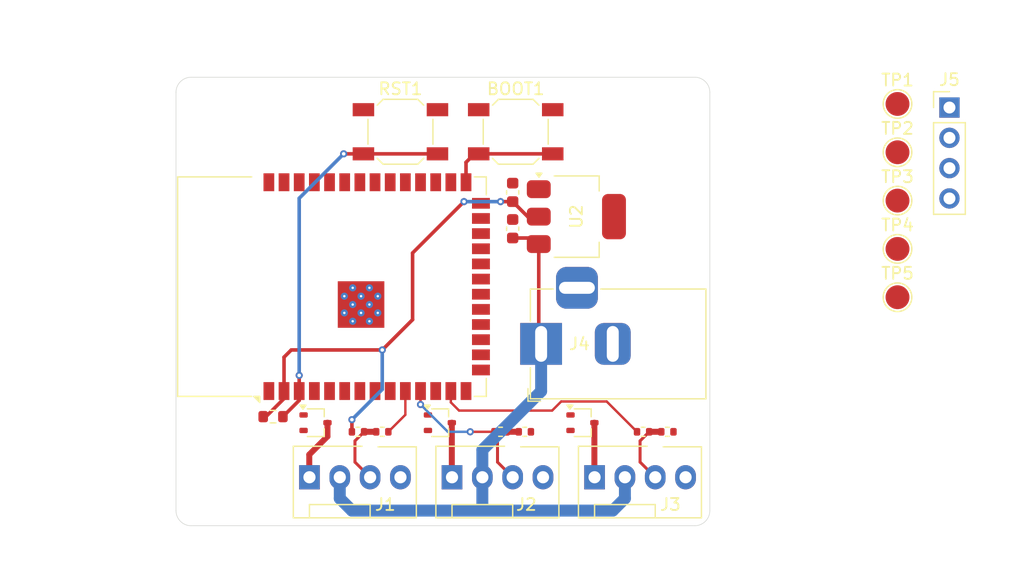
<source format=kicad_pcb>
(kicad_pcb (version 20240108) (generator "pcbnew") (generator_version "8.0")
  (layers (0 "F.Cu" signal) (31 "B.Cu" signal) (34 "B.Paste" user) (35 "F.Paste" user) (36 "B.SilkS" user "B.Silkscreen") (37 "F.SilkS" user "F.Silkscreen") (38 "B.Mask" user) (39 "F.Mask" user) (44 "Edge.Cuts" user))
  (net 0 "")
  (net 1 "fan1_PWM")
  (net 2 "GND")
  (net 3 "fan1_tach")
  (net 4 "fan2_PWM")
  (net 5 "fan2_tach")
  (net 6 "fan3_tach")
  (net 7 "fan3_PWM")
  (net 15 "Net-(U1-IO18)")
  (net 18 "Net-(U1-IO17)")
  (net 20 "Net-(U1-EN)")
  (net 22 "TX")
  (net 26 "Net-(U1-IO0)")
  (net 36 "fan3_tach_scaled")
  (net 37 "RX")
  (net 38 "Net-(U1-IO1)")
  (net 40 "+3V3")
  (net 41 "+12V")
  (net 42 "Net-(J1-Pin_1)")
  (net 43 "Net-(J2-Pin_1)")
  (net 44 "Net-(J3-Pin_1)")
  (net 45 "fan1_CTRL")
  (net 46 "fan2_CTRL")
  (net 47 "fan3_CTRL")
  (net 48 "Net-(U1-IO2)")
  (net 49 "Net-(U1-IO3)")
  (net 50 "Net-(U1-IO4)")
  (net 51 "Net-(U1-IO5)")
  (footprint "Connector:FanPinHeader_1x04_P2.54mm_Vertical" (layer "F.Cu") (at 81.28 63.5)
    (property "Reference" "J3" (at 6.35 2.286 0) (layer "F.SilkS"))
    (property "Value" "Conn_01x04_Pin")
    (fp_line (start -1.35 -2.6) (end 4.4 -2.6) (stroke (width 0.12)) (layer "F.SilkS"))
    (fp_line (start -1.35 3.4) (end -1.35 -2.6) (stroke (width 0.12)) (layer "F.SilkS"))
    (fp_line (start 0 2.29) (end 5.08 2.29) (stroke (width 0.12)) (layer "F.SilkS"))
    (fp_line (start 0 3.3) (end 0 2.29) (stroke (width 0.12)) (layer "F.SilkS"))
    (fp_line (start 5.08 2.29) (end 5.08 3.3) (stroke (width 0.12)) (layer "F.SilkS"))
    (fp_line (start 5.75 -2.55) (end 8.95 -2.55) (stroke (width 0.12)) (layer "F.SilkS"))
    (fp_line (start 8.95 -2.55) (end 8.95 3.4) (stroke (width 0.12)) (layer "F.SilkS"))
    (fp_line (start 8.95 3.4) (end -1.35 3.4) (stroke (width 0.12)) (layer "F.SilkS"))
    (pad "" np_thru_hole circle (at 5.08 -2.16 90) (size 1.1 1.1) (drill 1.1) (layers "*.Cu" "*.Mask"))
    (pad "1" thru_hole rect (at 0 0 90) (size 2.03 1.73) (drill 1.02) (layers "*.Cu" "*.Mask") (net 44 "Net-(J3-Pin_1)"))
    (pad "2" thru_hole oval (at 2.54 0 90) (size 2.03 1.73) (drill 1.02) (layers "*.Cu" "*.Mask") (net 41 "+12V"))
    (pad "3" thru_hole oval (at 5.08 0 90) (size 2.03 1.73) (drill 1.02) (layers "*.Cu" "*.Mask") (net 6 "fan3_tach"))
    (pad "4" thru_hole oval (at 7.62 0 90) (size 2.03 1.73) (drill 1.02) (layers "*.Cu" "*.Mask") (net 7 "fan3_PWM"))
  )
  (footprint "Resistor_SMD:R_0402_1005Metric" (layer "F.Cu") (at 87.376 59.69)
    (property "Reference" "R6" (hide yes))
    (property "Value" "10k")
    (fp_line (start -0.153641 -0.38) (end 0.153641 -0.38) (stroke (width 0.12)) (layer "F.SilkS"))
    (fp_line (start -0.153641 0.38) (end 0.153641 0.38) (stroke (width 0.12)) (layer "F.SilkS"))
    (pad "1" smd roundrect (at -0.51 0) (size 0.54 0.64) (layers "F.Cu" "F.Paste" "F.Mask") (net 36 "fan3_tach_scaled"))
    (pad "2" smd roundrect (at 0.51 0) (size 0.54 0.64) (layers "F.Cu" "F.Paste" "F.Mask") (net 6 "fan3_tach"))
  )
  (footprint "Package_TO_SOT_SMD:SOT-323_SC-70" (layer "F.Cu") (at 68.326 58.928)
    (property "Reference" "Q2" (hide yes))
    (property "Value" "Q_NMOS_GSD")
    (fp_line (start -0.68 -1.16) (end 0.73 -1.16) (stroke (width 0.12)) (layer "F.SilkS"))
    (fp_line (start -0.68 1.16) (end 0.73 1.16) (stroke (width 0.12)) (layer "F.SilkS"))
    (fp_line (start 0.73 -1.16) (end 0.73 -0.5) (stroke (width 0.12)) (layer "F.SilkS"))
    (fp_line (start 0.73 0.5) (end 0.73 1.16) (stroke (width 0.12)) (layer "F.SilkS"))
    (fp_poly (pts (xy -1.05 -1.14) (xy -1.29 -1.47) (xy -0.81 -1.47) (xy -1.05 -1.14)) (stroke (width 0.12)) (fill solid) (layer "F.SilkS"))
    (pad "1" smd roundrect (at -1 -0.65 270) (size 0.45 0.7) (layers "F.Cu" "F.Paste" "F.Mask") (net 46 "fan2_CTRL"))
    (pad "2" smd roundrect (at -1 0.65 270) (size 0.45 0.7) (layers "F.Cu" "F.Paste" "F.Mask") (net 2 "GND"))
    (pad "3" smd roundrect (at 1 0 270) (size 0.45 0.7) (layers "F.Cu" "F.Paste" "F.Mask") (net 43 "Net-(J2-Pin_1)"))
  )
  (footprint "Package_TO_SOT_SMD:SOT-223-3_TabPin2" (layer "F.Cu") (at 79.756 41.656)
    (property "Reference" "U2" (at 0 0 90) (layer "F.SilkS"))
    (property "Value" "AMS1117-3.3")
    (fp_line (start -1.85 -3.41) (end 1.91 -3.41) (stroke (width 0.12)) (layer "F.SilkS"))
    (fp_line (start -1.85 3.41) (end 1.91 3.41) (stroke (width 0.12)) (layer "F.SilkS"))
    (fp_line (start 1.91 -3.41) (end 1.91 -2.15) (stroke (width 0.12)) (layer "F.SilkS"))
    (fp_line (start 1.91 3.41) (end 1.91 2.15) (stroke (width 0.12)) (layer "F.SilkS"))
    (fp_poly (pts (xy -3.13 -3.31) (xy -3.37 -3.64) (xy -2.89 -3.64) (xy -3.13 -3.31)) (stroke (width 0.12)) (fill solid) (layer "F.SilkS"))
    (pad "1" smd roundrect (at -3.15 -2.3) (size 2 1.5) (layers "F.Cu" "F.Paste" "F.Mask") (net 2 "GND"))
    (pad "2" smd roundrect (at -3.15 0) (size 2 1.5) (layers "F.Cu" "F.Paste" "F.Mask") (net 40 "+3V3"))
    (pad "2" smd roundrect (at 3.15 0) (size 2 3.8) (layers "F.Cu" "F.Paste" "F.Mask") (net 40 "+3V3"))
    (pad "3" smd roundrect (at -3.15 2.3) (size 2 1.5) (layers "F.Cu" "F.Paste" "F.Mask") (net 41 "+12V"))
  )
  (footprint "Capacitor_SMD:C_0603_1608Metric" (layer "F.Cu") (at 74.422 39.624 90)
    (property "Reference" "C2" (hide yes))
    (property "Value" "10u")
    (fp_line (start -0.14058 -0.51) (end 0.14058 -0.51) (stroke (width 0.12)) (layer "F.SilkS"))
    (fp_line (start -0.14058 0.51) (end 0.14058 0.51) (stroke (width 0.12)) (layer "F.SilkS"))
    (pad "1" smd roundrect (at -0.775 0 90) (size 0.9 0.95) (layers "F.Cu" "F.Paste" "F.Mask") (net 40 "+3V3"))
    (pad "2" smd roundrect (at 0.775 0 90) (size 0.9 0.95) (layers "F.Cu" "F.Paste" "F.Mask") (net 2 "GND"))
  )
  (footprint "Resistor_SMD:R_0402_1005Metric" (layer "F.Cu") (at 63.5 59.69 180)
    (property "Reference" "R5" (hide yes))
    (property "Value" "3k3")
    (fp_line (start -0.153641 0.38) (end 0.153641 0.38) (stroke (width 0.12)) (layer "F.SilkS"))
    (fp_line (start -0.153641 -0.38) (end 0.153641 -0.38) (stroke (width 0.12)) (layer "F.SilkS"))
    (pad "1" smd roundrect (at -0.51 0 180) (size 0.54 0.64) (layers "F.Cu" "F.Paste" "F.Mask") (net 2 "GND"))
    (pad "2" smd roundrect (at 0.51 0 180) (size 0.54 0.64) (layers "F.Cu" "F.Paste" "F.Mask") (net 18 "Net-(U1-IO17)"))
  )
  (footprint "MountingHole:MountingHole_3.2mm_M3" (layer "F.Cu") (at 87.376 33.528)
    (property "Reference" "REF**" (hide yes))
    (property "Value" "MountingHole_3.2mm_M3")
    (pad "" np_thru_hole circle (at 0 0) (size 3.2 3.2) (drill 3.2) (layers "*.Cu" "*.Mask"))
  )
  (footprint "Connector:FanPinHeader_1x04_P2.54mm_Vertical" (layer "F.Cu") (at 57.404 63.5)
    (property "Reference" "J1" (at 6.35 2.286 0) (layer "F.SilkS"))
    (property "Value" "Conn_01x04_Pin")
    (fp_line (start -1.35 -2.6) (end 4.4 -2.6) (stroke (width 0.12)) (layer "F.SilkS"))
    (fp_line (start -1.35 3.4) (end -1.35 -2.6) (stroke (width 0.12)) (layer "F.SilkS"))
    (fp_line (start 0 2.29) (end 5.08 2.29) (stroke (width 0.12)) (layer "F.SilkS"))
    (fp_line (start 0 3.3) (end 0 2.29) (stroke (width 0.12)) (layer "F.SilkS"))
    (fp_line (start 5.08 2.29) (end 5.08 3.3) (stroke (width 0.12)) (layer "F.SilkS"))
    (fp_line (start 5.75 -2.55) (end 8.95 -2.55) (stroke (width 0.12)) (layer "F.SilkS"))
    (fp_line (start 8.95 -2.55) (end 8.95 3.4) (stroke (width 0.12)) (layer "F.SilkS"))
    (fp_line (start 8.95 3.4) (end -1.35 3.4) (stroke (width 0.12)) (layer "F.SilkS"))
    (pad "" np_thru_hole circle (at 5.08 -2.16 90) (size 1.1 1.1) (drill 1.1) (layers "*.Cu" "*.Mask"))
    (pad "1" thru_hole rect (at 0 0 90) (size 2.03 1.73) (drill 1.02) (layers "*.Cu" "*.Mask") (net 42 "Net-(J1-Pin_1)"))
    (pad "2" thru_hole oval (at 2.54 0 90) (size 2.03 1.73) (drill 1.02) (layers "*.Cu" "*.Mask") (net 41 "+12V"))
    (pad "3" thru_hole oval (at 5.08 0 90) (size 2.03 1.73) (drill 1.02) (layers "*.Cu" "*.Mask") (net 3 "fan1_tach"))
    (pad "4" thru_hole oval (at 7.62 0 90) (size 2.03 1.73) (drill 1.02) (layers "*.Cu" "*.Mask") (net 1 "fan1_PWM"))
  )
  (footprint "Resistor_SMD:R_0603_1608Metric" (layer "F.Cu") (at 54.356 58.42 180)
    (property "Reference" "R1" (hide yes))
    (property "Value" "10k")
    (fp_line (start -0.237258 0.5225) (end 0.237258 0.5225) (stroke (width 0.12)) (layer "F.SilkS"))
    (fp_line (start -0.237258 -0.5225) (end 0.237258 -0.5225) (stroke (width 0.12)) (layer "F.SilkS"))
    (pad "1" smd roundrect (at -0.825 0 180) (size 0.8 0.95) (layers "F.Cu" "F.Paste" "F.Mask") (net 20 "Net-(U1-EN)"))
    (pad "2" smd roundrect (at 0.825 0 180) (size 0.8 0.95) (layers "F.Cu" "F.Paste" "F.Mask") (net 40 "+3V3"))
  )
  (footprint "Package_TO_SOT_SMD:SOT-323_SC-70" (layer "F.Cu") (at 57.912 58.928)
    (property "Reference" "Q1" (hide yes))
    (property "Value" "Q_NMOS_GSD")
    (fp_line (start -0.68 -1.16) (end 0.73 -1.16) (stroke (width 0.12)) (layer "F.SilkS"))
    (fp_line (start -0.68 1.16) (end 0.73 1.16) (stroke (width 0.12)) (layer "F.SilkS"))
    (fp_line (start 0.73 -1.16) (end 0.73 -0.5) (stroke (width 0.12)) (layer "F.SilkS"))
    (fp_line (start 0.73 0.5) (end 0.73 1.16) (stroke (width 0.12)) (layer "F.SilkS"))
    (fp_poly (pts (xy -1.05 -1.14) (xy -1.29 -1.47) (xy -0.81 -1.47) (xy -1.05 -1.14)) (stroke (width 0.12)) (fill solid) (layer "F.SilkS"))
    (pad "1" smd roundrect (at -1 -0.65 270) (size 0.45 0.7) (layers "F.Cu" "F.Paste" "F.Mask") (net 45 "fan1_CTRL"))
    (pad "2" smd roundrect (at -1 0.65 270) (size 0.45 0.7) (layers "F.Cu" "F.Paste" "F.Mask") (net 2 "GND"))
    (pad "3" smd roundrect (at 1 0 270) (size 0.45 0.7) (layers "F.Cu" "F.Paste" "F.Mask") (net 42 "Net-(J1-Pin_1)"))
  )
  (footprint "TestPoint:TestPoint_Pad_D2.0mm" (layer "F.Cu") (at 106.648 36.262)
    (property "Reference" "TP2" (at 0 -1.998 0) (layer "F.SilkS"))
    (property "Value" "TestPoint")
    (fp_circle (center 0 0) (end 0 1.2) (stroke (width 0.12)) (fill none) (layer "F.SilkS"))
    (pad "1" smd circle (at 0 0) (size 2 2) (layers "F.Cu" "F.Mask") (net 48 "Net-(U1-IO2)"))
  )
  (footprint "MountingHole:MountingHole_3.2mm_M3" (layer "F.Cu") (at 56.134 33.528)
    (property "Reference" "REF**" (hide yes))
    (property "Value" "MountingHole_3.2mm_M3")
    (pad "" np_thru_hole circle (at 0 0) (size 3.2 3.2) (drill 3.2) (layers "F&B.Cu" "*.Mask"))
  )
  (footprint "TestPoint:TestPoint_Pad_D2.0mm" (layer "F.Cu") (at 106.648 40.312)
    (property "Reference" "TP3" (at 0 -1.998 0) (layer "F.SilkS"))
    (property "Value" "TestPoint")
    (fp_circle (center 0 0) (end 0 1.2) (stroke (width 0.12)) (fill none) (layer "F.SilkS"))
    (pad "1" smd circle (at 0 0) (size 2 2) (layers "F.Cu" "F.Mask") (net 49 "Net-(U1-IO3)"))
  )
  (footprint "Connector_BarrelJack:BarrelJack_Horizontal" (layer "F.Cu") (at 76.804 52.324 180)
    (property "Reference" "J4" (at -3.206 0 0) (layer "F.SilkS"))
    (property "Value" "12v")
    (fp_line (start 1.1 -3.75) (end 1.1 -4.8) (stroke (width 0.12)) (layer "F.SilkS"))
    (fp_line (start 0.9 4.6) (end -1 4.6) (stroke (width 0.12)) (layer "F.SilkS"))
    (fp_line (start 0.9 1.9) (end 0.9 4.6) (stroke (width 0.12)) (layer "F.SilkS"))
    (fp_line (start 0.9 -4.6) (end 0.9 -2) (stroke (width 0.12)) (layer "F.SilkS"))
    (fp_line (start 0.05 -4.8) (end 1.1 -4.8) (stroke (width 0.12)) (layer "F.SilkS"))
    (fp_line (start -5 4.6) (end -13.8 4.6) (stroke (width 0.12)) (layer "F.SilkS"))
    (fp_line (start -13.8 4.6) (end -13.8 -4.6) (stroke (width 0.12)) (layer "F.SilkS"))
    (fp_line (start -13.8 -4.6) (end 0.9 -4.6) (stroke (width 0.12)) (layer "F.SilkS"))
    (pad "1" thru_hole rect (at 0 0 180) (size 3.5 3.5) (drill oval 1 3) (layers "*.Cu" "*.Mask") (net 41 "+12V"))
    (pad "2" thru_hole roundrect (at -6 0 180) (size 3 3.5) (drill oval 1 3) (layers "*.Cu" "*.Mask") (net 2 "GND"))
    (pad "3" thru_hole roundrect (at -3 4.7 180) (size 3.5 3.5) (drill oval 3 1) (layers "*.Cu" "*.Mask"))
  )
  (footprint "Button_Switch_SMD:SW_SPST_SKQG_WithStem" (layer "F.Cu") (at 65.024 34.544)
    (property "Reference" "RST1" (at 0 -3.6 0) (layer "F.SilkS"))
    (property "Value" "SW_Push")
    (fp_line (start -2.72 1.04) (end -2.72 -1.04) (stroke (width 0.12)) (layer "F.SilkS"))
    (fp_line (start -1.45 -2.72) (end -1.94 -2.23) (stroke (width 0.12)) (layer "F.SilkS"))
    (fp_line (start -1.45 -2.72) (end 1.45 -2.72) (stroke (width 0.12)) (layer "F.SilkS"))
    (fp_line (start -1.45 2.72) (end -1.94 2.23) (stroke (width 0.12)) (layer "F.SilkS"))
    (fp_line (start -1.45 2.72) (end 1.45 2.72) (stroke (width 0.12)) (layer "F.SilkS"))
    (fp_line (start 1.45 -2.72) (end 1.94 -2.23) (stroke (width 0.12)) (layer "F.SilkS"))
    (fp_line (start 1.45 2.72) (end 1.94 2.23) (stroke (width 0.12)) (layer "F.SilkS"))
    (fp_line (start 2.72 1.04) (end 2.72 -1.04) (stroke (width 0.12)) (layer "F.SilkS"))
    (pad "1" smd rect (at -3.1 -1.85) (size 1.8 1.1) (layers "F.Cu" "F.Paste" "F.Mask") (net 2 "GND"))
    (pad "1" smd rect (at 3.1 -1.85) (size 1.8 1.1) (layers "F.Cu" "F.Paste" "F.Mask") (net 2 "GND"))
    (pad "2" smd rect (at -3.1 1.85) (size 1.8 1.1) (layers "F.Cu" "F.Paste" "F.Mask") (net 20 "Net-(U1-EN)"))
    (pad "2" smd rect (at 3.1 1.85) (size 1.8 1.1) (layers "F.Cu" "F.Paste" "F.Mask") (net 20 "Net-(U1-EN)"))
  )
  (footprint "Resistor_SMD:R_0402_1005Metric" (layer "F.Cu") (at 85.344 59.69)
    (property "Reference" "R7" (hide yes))
    (property "Value" "3k3")
    (fp_line (start -0.153641 -0.38) (end 0.153641 -0.38) (stroke (width 0.12)) (layer "F.SilkS"))
    (fp_line (start -0.153641 0.38) (end 0.153641 0.38) (stroke (width 0.12)) (layer "F.SilkS"))
    (pad "1" smd roundrect (at -0.51 0) (size 0.54 0.64) (layers "F.Cu" "F.Paste" "F.Mask") (net 2 "GND"))
    (pad "2" smd roundrect (at 0.51 0) (size 0.54 0.64) (layers "F.Cu" "F.Paste" "F.Mask") (net 36 "fan3_tach_scaled"))
  )
  (footprint "Capacitor_SMD:C_0603_1608Metric" (layer "F.Cu") (at 74.422 42.672 90)
    (property "Reference" "C1" (hide yes))
    (property "Value" "10u")
    (fp_line (start -0.14058 -0.51) (end 0.14058 -0.51) (stroke (width 0.12)) (layer "F.SilkS"))
    (fp_line (start -0.14058 0.51) (end 0.14058 0.51) (stroke (width 0.12)) (layer "F.SilkS"))
    (pad "1" smd roundrect (at -0.775 0 90) (size 0.9 0.95) (layers "F.Cu" "F.Paste" "F.Mask") (net 41 "+12V"))
    (pad "2" smd roundrect (at 0.775 0 90) (size 0.9 0.95) (layers "F.Cu" "F.Paste" "F.Mask") (net 2 "GND"))
  )
  (footprint "Connector:FanPinHeader_1x04_P2.54mm_Vertical" (layer "F.Cu") (at 69.342 63.5)
    (property "Reference" "J2" (at 6.223 2.286 0) (layer "F.SilkS"))
    (property "Value" "Conn_01x04_Pin")
    (fp_line (start -1.35 -2.6) (end 4.4 -2.6) (stroke (width 0.12)) (layer "F.SilkS"))
    (fp_line (start -1.35 3.4) (end -1.35 -2.6) (stroke (width 0.12)) (layer "F.SilkS"))
    (fp_line (start 0 2.29) (end 5.08 2.29) (stroke (width 0.12)) (layer "F.SilkS"))
    (fp_line (start 0 3.3) (end 0 2.29) (stroke (width 0.12)) (layer "F.SilkS"))
    (fp_line (start 5.08 2.29) (end 5.08 3.3) (stroke (width 0.12)) (layer "F.SilkS"))
    (fp_line (start 5.75 -2.55) (end 8.95 -2.55) (stroke (width 0.12)) (layer "F.SilkS"))
    (fp_line (start 8.95 -2.55) (end 8.95 3.4) (stroke (width 0.12)) (layer "F.SilkS"))
    (fp_line (start 8.95 3.4) (end -1.35 3.4) (stroke (width 0.12)) (layer "F.SilkS"))
    (pad "" np_thru_hole circle (at 5.08 -2.16 90) (size 1.1 1.1) (drill 1.1) (layers "*.Cu" "*.Mask"))
    (pad "1" thru_hole rect (at 0 0 90) (size 2.03 1.73) (drill 1.02) (layers "*.Cu" "*.Mask") (net 43 "Net-(J2-Pin_1)"))
    (pad "2" thru_hole oval (at 2.54 0 90) (size 2.03 1.73) (drill 1.02) (layers "*.Cu" "*.Mask") (net 41 "+12V"))
    (pad "3" thru_hole oval (at 5.08 0 90) (size 2.03 1.73) (drill 1.02) (layers "*.Cu" "*.Mask") (net 5 "fan2_tach"))
    (pad "4" thru_hole oval (at 7.62 0 90) (size 2.03 1.73) (drill 1.02) (layers "*.Cu" "*.Mask") (net 4 "fan2_PWM"))
  )
  (footprint "Connector_PinHeader_2.54mm:PinHeader_1x04_P2.54mm_Vertical" (layer "F.Cu") (at 110.998 32.512)
    (property "Reference" "J5" (at 0 -2.33 0) (layer "F.SilkS"))
    (property "Value" "Conn_01x04_Pin")
    (fp_line (start -1.33 -1.33) (end 0 -1.33) (stroke (width 0.12)) (layer "F.SilkS"))
    (fp_line (start -1.33 0) (end -1.33 -1.33) (stroke (width 0.12)) (layer "F.SilkS"))
    (fp_line (start -1.33 1.27) (end -1.33 8.95) (stroke (width 0.12)) (layer "F.SilkS"))
    (fp_line (start -1.33 1.27) (end 1.33 1.27) (stroke (width 0.12)) (layer "F.SilkS"))
    (fp_line (start -1.33 8.95) (end 1.33 8.95) (stroke (width 0.12)) (layer "F.SilkS"))
    (fp_line (start 1.33 1.27) (end 1.33 8.95) (stroke (width 0.12)) (layer "F.SilkS"))
    (pad "1" thru_hole rect (at 0 0) (size 1.7 1.7) (drill 1) (layers "*.Cu" "*.Mask") (net 40 "+3V3"))
    (pad "2" thru_hole oval (at 0 2.54) (size 1.7 1.7) (drill 1) (layers "*.Cu" "*.Mask") (net 22 "TX"))
    (pad "3" thru_hole oval (at 0 5.08) (size 1.7 1.7) (drill 1) (layers "*.Cu" "*.Mask") (net 37 "RX"))
    (pad "4" thru_hole oval (at 0 7.62) (size 1.7 1.7) (drill 1) (layers "*.Cu" "*.Mask") (net 2 "GND"))
  )
  (footprint "Resistor_SMD:R_0402_1005Metric" (layer "F.Cu") (at 61.468 59.69 180)
    (property "Reference" "R4" (hide yes))
    (property "Value" "10k")
    (fp_line (start -0.153641 0.38) (end 0.153641 0.38) (stroke (width 0.12)) (layer "F.SilkS"))
    (fp_line (start -0.153641 -0.38) (end 0.153641 -0.38) (stroke (width 0.12)) (layer "F.SilkS"))
    (pad "1" smd roundrect (at -0.51 0 180) (size 0.54 0.64) (layers "F.Cu" "F.Paste" "F.Mask") (net 18 "Net-(U1-IO17)"))
    (pad "2" smd roundrect (at 0.51 0 180) (size 0.54 0.64) (layers "F.Cu" "F.Paste" "F.Mask") (net 3 "fan1_tach"))
  )
  (footprint "TestPoint:TestPoint_Pad_D2.0mm" (layer "F.Cu") (at 106.648 32.212)
    (property "Reference" "TP1" (at 0 -1.998 0) (layer "F.SilkS"))
    (property "Value" "TestPoint")
    (fp_circle (center 0 0) (end 0 1.2) (stroke (width 0.12)) (fill none) (layer "F.SilkS"))
    (pad "1" smd circle (at 0 0) (size 2 2) (layers "F.Cu" "F.Mask") (net 38 "Net-(U1-IO1)"))
  )
  (footprint "RF_Module:ESP32-S3-WROOM-1" (layer "F.Cu") (at 59.265 47.525 90)
    (property "Reference" "U1" (hide yes))
    (property "Value" "ESP32-S3-WROOM-1")
    (fp_line (start 9.2 -12.9) (end 9.2 -6.7) (stroke (width 0.12)) (layer "F.SilkS"))
    (fp_line (start -9.2 -12.9) (end 9.2 -12.9) (stroke (width 0.12)) (layer "F.SilkS"))
    (fp_line (start -9.2 -12.9) (end -9.2 -6.7) (stroke (width 0.12)) (layer "F.SilkS"))
    (fp_line (start -9.2 11.95) (end -9.2 12.95) (stroke (width 0.12)) (layer "F.SilkS"))
    (fp_line (start 9.2 12.95) (end 9.2 11.95) (stroke (width 0.12)) (layer "F.SilkS"))
    (fp_line (start 9.2 12.95) (end 7.7 12.95) (stroke (width 0.12)) (layer "F.SilkS"))
    (fp_line (start -9.2 12.95) (end -7.7 12.95) (stroke (width 0.12)) (layer "F.SilkS"))
    (fp_poly (pts (xy -9.2 -6.025) (xy -9.7 -6.025) (xy -9.2 -6.525) (xy -9.2 -6.025)) (stroke (width 0.12)) (fill solid) (layer "F.SilkS"))
    (pad "1" smd rect (at -8.75 -5.26 90) (size 1.5 0.9) (layers "F.Cu" "F.Paste" "F.Mask") (net 2 "GND"))
    (pad "2" smd rect (at -8.75 -3.99 90) (size 1.5 0.9) (layers "F.Cu" "F.Paste" "F.Mask") (net 40 "+3V3"))
    (pad "3" smd rect (at -8.75 -2.72 90) (size 1.5 0.9) (layers "F.Cu" "F.Paste" "F.Mask") (net 20 "Net-(U1-EN)"))
    (pad "4" smd rect (at -8.75 -1.45 90) (size 1.5 0.9) (layers "F.Cu" "F.Paste" "F.Mask") (net 50 "Net-(U1-IO4)"))
    (pad "5" smd rect (at -8.75 -0.18 90) (size 1.5 0.9) (layers "F.Cu" "F.Paste" "F.Mask") (net 51 "Net-(U1-IO5)"))
    (pad "6" smd rect (at -8.75 1.09 90) (size 1.5 0.9) (layers "F.Cu" "F.Paste" "F.Mask"))
    (pad "7" smd rect (at -8.75 2.36 90) (size 1.5 0.9) (layers "F.Cu" "F.Paste" "F.Mask"))
    (pad "8" smd rect (at -8.75 3.63 90) (size 1.5 0.9) (layers "F.Cu" "F.Paste" "F.Mask"))
    (pad "9" smd rect (at -8.75 4.9 90) (size 1.5 0.9) (layers "F.Cu" "F.Paste" "F.Mask"))
    (pad "10" smd rect (at -8.75 6.17 90) (size 1.5 0.9) (layers "F.Cu" "F.Paste" "F.Mask") (net 18 "Net-(U1-IO17)"))
    (pad "11" smd rect (at -8.75 7.44 90) (size 1.5 0.9) (layers "F.Cu" "F.Paste" "F.Mask") (net 15 "Net-(U1-IO18)"))
    (pad "12" smd rect (at -8.75 8.71 90) (size 1.5 0.9) (layers "F.Cu" "F.Paste" "F.Mask") (net 36 "fan3_tach_scaled"))
    (pad "13" smd rect (at -8.75 9.98 90) (size 1.5 0.9) (layers "F.Cu" "F.Paste" "F.Mask"))
    (pad "14" smd rect (at -8.75 11.25 270) (size 1.5 0.9) (layers "F.Cu" "F.Paste" "F.Mask"))
    (pad "15" smd rect (at -6.985 12.5) (size 1.5 0.9) (layers "F.Cu" "F.Paste" "F.Mask") (net 49 "Net-(U1-IO3)"))
    (pad "16" smd rect (at -5.715 12.5) (size 1.5 0.9) (layers "F.Cu" "F.Paste" "F.Mask"))
    (pad "17" smd rect (at -4.445 12.5) (size 1.5 0.9) (layers "F.Cu" "F.Paste" "F.Mask"))
    (pad "18" smd rect (at -3.175 12.5) (size 1.5 0.9) (layers "F.Cu" "F.Paste" "F.Mask"))
    (pad "19" smd rect (at -1.905 12.5) (size 1.5 0.9) (layers "F.Cu" "F.Paste" "F.Mask"))
    (pad "20" smd rect (at -0.635 12.5) (size 1.5 0.9) (layers "F.Cu" "F.Paste" "F.Mask"))
    (pad "21" smd rect (at 0.635 12.5) (size 1.5 0.9) (layers "F.Cu" "F.Paste" "F.Mask"))
    (pad "22" smd rect (at 1.905 12.5) (size 1.5 0.9) (layers "F.Cu" "F.Paste" "F.Mask"))
    (pad "23" smd rect (at 3.175 12.5) (size 1.5 0.9) (layers "F.Cu" "F.Paste" "F.Mask"))
    (pad "24" smd rect (at 4.445 12.5) (size 1.5 0.9) (layers "F.Cu" "F.Paste" "F.Mask"))
    (pad "25" smd rect (at 5.715 12.5) (size 1.5 0.9) (layers "F.Cu" "F.Paste" "F.Mask"))
    (pad "26" smd rect (at 6.985 12.5) (size 1.5 0.9) (layers "F.Cu" "F.Paste" "F.Mask"))
    (pad "27" smd rect (at 8.75 11.25 90) (size 1.5 0.9) (layers "F.Cu" "F.Paste" "F.Mask") (net 26 "Net-(U1-IO0)"))
    (pad "28" smd rect (at 8.75 9.98 90) (size 1.5 0.9) (layers "F.Cu" "F.Paste" "F.Mask"))
    (pad "29" smd rect (at 8.75 8.71 90) (size 1.5 0.9) (layers "F.Cu" "F.Paste" "F.Mask"))
    (pad "30" smd rect (at 8.75 7.44 90) (size 1.5 0.9) (layers "F.Cu" "F.Paste" "F.Mask"))
    (pad "31" smd rect (at 8.75 6.17 90) (size 1.5 0.9) (layers "F.Cu" "F.Paste" "F.Mask"))
    (pad "32" smd rect (at 8.75 4.9 90) (size 1.5 0.9) (layers "F.Cu" "F.Paste" "F.Mask"))
    (pad "33" smd rect (at 8.75 3.63 90) (size 1.5 0.9) (layers "F.Cu" "F.Paste" "F.Mask"))
    (pad "34" smd rect (at 8.75 2.36 90) (size 1.5 0.9) (layers "F.Cu" "F.Paste" "F.Mask"))
    (pad "35" smd rect (at 8.75 1.09 90) (size 1.5 0.9) (layers "F.Cu" "F.Paste" "F.Mask"))
    (pad "36" smd rect (at 8.75 -0.18 90) (size 1.5 0.9) (layers "F.Cu" "F.Paste" "F.Mask") (net 37 "RX"))
    (pad "37" smd rect (at 8.75 -1.45 90) (size 1.5 0.9) (layers "F.Cu" "F.Paste" "F.Mask") (net 22 "TX"))
    (pad "38" smd rect (at 8.75 -2.72 90) (size 1.5 0.9) (layers "F.Cu" "F.Paste" "F.Mask") (net 48 "Net-(U1-IO2)"))
    (pad "39" smd rect (at 8.75 -3.99 90) (size 1.5 0.9) (layers "F.Cu" "F.Paste" "F.Mask") (net 38 "Net-(U1-IO1)"))
    (pad "40" smd rect (at 8.75 -5.26 90) (size 1.5 0.9) (layers "F.Cu" "F.Paste" "F.Mask") (net 2 "GND"))
    (pad "41" thru_hole circle (at -2.9 1.76 180) (size 0.6 0.6) (drill 0.2) (property pad_prop_heatsink) (layers "*.Cu" "F.Mask") (net 2 "GND"))
    (pad "41" thru_hole circle (at -2.9 3.16 90) (size 0.6 0.6) (drill 0.2) (property pad_prop_heatsink) (layers "*.Cu" "F.Mask") (net 2 "GND"))
    (pad "41" thru_hole circle (at -2.2 1.06 90) (size 0.6 0.6) (drill 0.2) (property pad_prop_heatsink) (layers "*.Cu" "F.Mask") (net 2 "GND"))
    (pad "41" thru_hole circle (at -2.2 2.46 90) (size 0.6 0.6) (drill 0.2) (property pad_prop_heatsink) (layers "*.Cu" "F.Mask") (net 2 "GND"))
    (pad "41" thru_hole circle (at -2.2 3.86 90) (size 0.6 0.6) (drill 0.2) (property pad_prop_heatsink) (layers "*.Cu" "F.Mask") (net 2 "GND"))
    (pad "41" thru_hole circle (at -1.5 1.76 90) (size 0.6 0.6) (drill 0.2) (property pad_prop_heatsink) (layers "*.Cu" "F.Mask") (net 2 "GND"))
    (pad "41" smd rect (at -1.5 2.46) (size 3.9 3.9) (layers "F.Cu" "F.Mask") (net 2 "GND"))
    (pad "41" thru_hole circle (at -1.5 3.16 90) (size 0.6 0.6) (drill 0.2) (property pad_prop_heatsink) (layers "*.Cu" "F.Mask") (net 2 "GND"))
    (pad "41" thru_hole circle (at -0.8 1.06 90) (size 0.6 0.6) (drill 0.2) (property pad_prop_heatsink) (layers "*.Cu" "F.Mask") (net 2 "GND"))
    (pad "41" thru_hole circle (at -0.8 2.46 90) (size 0.6 0.6) (drill 0.2) (property pad_prop_heatsink) (layers "*.Cu" "F.Mask") (net 2 "GND"))
    (pad "41" thru_hole circle (at -0.8 3.86 90) (size 0.6 0.6) (drill 0.2) (property pad_prop_heatsink) (layers "*.Cu" "F.Mask") (net 2 "GND"))
    (pad "41" thru_hole circle (at -0.1 1.76 90) (size 0.6 0.6) (drill 0.2) (property pad_prop_heatsink) (layers "*.Cu" "F.Mask") (net 2 "GND"))
    (pad "41" thru_hole circle (at -0.1 3.16 90) (size 0.6 0.6) (drill 0.2) (property pad_prop_heatsink) (layers "*.Cu" "F.Mask") (net 2 "GND"))
  )
  (footprint "Resistor_SMD:R_0402_1005Metric" (layer "F.Cu") (at 73.406 59.69)
    (property "Reference" "R3" (hide yes))
    (property "Value" "3k3")
    (fp_line (start -0.153641 -0.38) (end 0.153641 -0.38) (stroke (width 0.12)) (layer "F.SilkS"))
    (fp_line (start -0.153641 0.38) (end 0.153641 0.38) (stroke (width 0.12)) (layer "F.SilkS"))
    (pad "1" smd roundrect (at -0.51 0) (size 0.54 0.64) (layers "F.Cu" "F.Paste" "F.Mask") (net 2 "GND"))
    (pad "2" smd roundrect (at 0.51 0) (size 0.54 0.64) (layers "F.Cu" "F.Paste" "F.Mask") (net 15 "Net-(U1-IO18)"))
  )
  (footprint "Resistor_SMD:R_0402_1005Metric" (layer "F.Cu") (at 75.438 59.69)
    (property "Reference" "R2" (hide yes))
    (property "Value" "10k")
    (fp_line (start -0.153641 -0.38) (end 0.153641 -0.38) (stroke (width 0.12)) (layer "F.SilkS"))
    (fp_line (start -0.153641 0.38) (end 0.153641 0.38) (stroke (width 0.12)) (layer "F.SilkS"))
    (pad "1" smd roundrect (at -0.51 0) (size 0.54 0.64) (layers "F.Cu" "F.Paste" "F.Mask") (net 15 "Net-(U1-IO18)"))
    (pad "2" smd roundrect (at 0.51 0) (size 0.54 0.64) (layers "F.Cu" "F.Paste" "F.Mask") (net 5 "fan2_tach"))
  )
  (footprint "Button_Switch_SMD:SW_SPST_SKQG_WithStem" (layer "F.Cu") (at 74.676 34.544)
    (property "Reference" "BOOT1" (at 0 -3.6 0) (layer "F.SilkS"))
    (property "Value" "SW_Push")
    (fp_line (start -2.72 1.04) (end -2.72 -1.04) (stroke (width 0.12)) (layer "F.SilkS"))
    (fp_line (start -1.45 -2.72) (end -1.94 -2.23) (stroke (width 0.12)) (layer "F.SilkS"))
    (fp_line (start -1.45 -2.72) (end 1.45 -2.72) (stroke (width 0.12)) (layer "F.SilkS"))
    (fp_line (start -1.45 2.72) (end -1.94 2.23) (stroke (width 0.12)) (layer "F.SilkS"))
    (fp_line (start -1.45 2.72) (end 1.45 2.72) (stroke (width 0.12)) (layer "F.SilkS"))
    (fp_line (start 1.45 -2.72) (end 1.94 -2.23) (stroke (width 0.12)) (layer "F.SilkS"))
    (fp_line (start 1.45 2.72) (end 1.94 2.23) (stroke (width 0.12)) (layer "F.SilkS"))
    (fp_line (start 2.72 1.04) (end 2.72 -1.04) (stroke (width 0.12)) (layer "F.SilkS"))
    (pad "1" smd rect (at -3.1 -1.85) (size 1.8 1.1) (layers "F.Cu" "F.Paste" "F.Mask") (net 2 "GND"))
    (pad "1" smd rect (at 3.1 -1.85) (size 1.8 1.1) (layers "F.Cu" "F.Paste" "F.Mask") (net 2 "GND"))
    (pad "2" smd rect (at -3.1 1.85) (size 1.8 1.1) (layers "F.Cu" "F.Paste" "F.Mask") (net 26 "Net-(U1-IO0)"))
    (pad "2" smd rect (at 3.1 1.85) (size 1.8 1.1) (layers "F.Cu" "F.Paste" "F.Mask") (net 26 "Net-(U1-IO0)"))
  )
  (footprint "TestPoint:TestPoint_Pad_D2.0mm" (layer "F.Cu") (at 106.648 44.362)
    (property "Reference" "TP4" (at 0 -1.998 0) (layer "F.SilkS"))
    (property "Value" "TestPoint")
    (fp_circle (center 0 0) (end 0 1.2) (stroke (width 0.12)) (fill none) (layer "F.SilkS"))
    (pad "1" smd circle (at 0 0) (size 2 2) (layers "F.Cu" "F.Mask") (net 50 "Net-(U1-IO4)"))
  )
  (footprint "Package_TO_SOT_SMD:SOT-323_SC-70" (layer "F.Cu") (at 80.264 58.928)
    (property "Reference" "Q3" (hide yes))
    (property "Value" "Q_NMOS_GSD")
    (fp_line (start -0.68 -1.16) (end 0.73 -1.16) (stroke (width 0.12)) (layer "F.SilkS"))
    (fp_line (start -0.68 1.16) (end 0.73 1.16) (stroke (width 0.12)) (layer "F.SilkS"))
    (fp_line (start 0.73 -1.16) (end 0.73 -0.5) (stroke (width 0.12)) (layer "F.SilkS"))
    (fp_line (start 0.73 0.5) (end 0.73 1.16) (stroke (width 0.12)) (layer "F.SilkS"))
    (fp_poly (pts (xy -1.05 -1.14) (xy -1.29 -1.47) (xy -0.81 -1.47) (xy -1.05 -1.14)) (stroke (width 0.12)) (fill solid) (layer "F.SilkS"))
    (pad "1" smd roundrect (at -1 -0.65 270) (size 0.45 0.7) (layers "F.Cu" "F.Paste" "F.Mask") (net 47 "fan3_CTRL"))
    (pad "2" smd roundrect (at -1 0.65 270) (size 0.45 0.7) (layers "F.Cu" "F.Paste" "F.Mask") (net 2 "GND"))
    (pad "3" smd roundrect (at 1 0 270) (size 0.45 0.7) (layers "F.Cu" "F.Paste" "F.Mask") (net 44 "Net-(J3-Pin_1)"))
  )
  (footprint "TestPoint:TestPoint_Pad_D2.0mm" (layer "F.Cu") (at 106.648 48.412)
    (property "Reference" "TP5" (at 0 -1.998 0) (layer "F.SilkS"))
    (property "Value" "TestPoint")
    (fp_circle (center 0 0) (end 0 1.2) (stroke (width 0.12)) (fill none) (layer "F.SilkS"))
    (pad "1" smd circle (at 0 0) (size 2 2) (layers "F.Cu" "F.Mask") (net 51 "Net-(U1-IO5)"))
  )
  (gr_arc (start 89.662 29.972) (mid 90.560026 30.343974) (end 90.932 31.242) (stroke (width 0.05)) (layer "Edge.Cuts"))
  (gr_arc (start 47.498001 67.563999) (mid 46.599975 67.192025) (end 46.228001 66.293999) (stroke (width 0.05)) (layer "Edge.Cuts"))
  (gr_line (start 90.932 66.294) (end 90.932 31.242) (stroke (width 0.05)) (layer "Edge.Cuts"))
  (gr_line (start 46.228001 31.242001) (end 46.228001 66.293999) (stroke (width 0.05)) (layer "Edge.Cuts"))
  (gr_line (start 89.662 29.972) (end 47.498001 29.972001) (stroke (width 0.05)) (layer "Edge.Cuts"))
  (gr_line (start 47.498001 67.563999) (end 89.662 67.564) (stroke (width 0.05)) (layer "Edge.Cuts"))
  (gr_arc (start 90.932 66.294) (mid 90.560026 67.192026) (end 89.662 67.564) (stroke (width 0.05)) (layer "Edge.Cuts"))
  (gr_arc (start 46.228001 31.242001) (mid 46.599975 30.343975) (end 47.498001 29.972001) (stroke (width 0.05)) (layer "Edge.Cuts"))
  (segment (start 82.294 57.15) (end 84.834 59.69) (width 0.2) (layer "F.Cu") (net 2))
  (segment (start 69.245 56.275) (end 69.245 57.225) (width 0.2) (layer "F.Cu") (net 2))
  (segment (start 69.245 57.225) (end 69.932 57.912) (width 0.2) (layer "F.Cu") (net 2))
  (segment (start 69.932 57.912) (end 77.724 57.912) (width 0.2) (layer "F.Cu") (net 2))
  (segment (start 77.724 57.912) (end 78.486 57.15) (width 0.2) (layer "F.Cu") (net 2))
  (segment (start 78.486 57.15) (end 82.294 57.15) (width 0.2) (layer "F.Cu") (net 2))
  (segment (start 62.99 59.69) (end 61.978 59.69) (width 0.5) (layer "F.Cu") (net 3))
  (segment (start 62.484 63.5) (end 61.214 62.23) (width 0.25) (layer "F.Cu") (net 3))
  (segment (start 61.214 62.23) (end 61.214 60.454) (width 0.25) (layer "F.Cu") (net 3))
  (segment (start 61.214 60.454) (end 61.978 59.69) (width 0.25) (layer "F.Cu") (net 3))
  (segment (start 74.422 63.5) (end 73.152 62.23) (width 0.25) (layer "F.Cu") (net 5))
  (segment (start 73.152 62.23) (end 73.152 60.454) (width 0.25) (layer "F.Cu") (net 5))
  (segment (start 73.916 59.69) (end 74.928 59.69) (width 0.5) (layer "F.Cu") (net 5))
  (segment (start 73.152 60.454) (end 73.916 59.69) (width 0.25) (layer "F.Cu") (net 5))
  (segment (start 86.866 59.69) (end 85.854 59.69) (width 0.5) (layer "F.Cu") (net 6))
  (segment (start 85.09 60.454) (end 85.854 59.69) (width 0.25) (layer "F.Cu") (net 6))
  (segment (start 85.09 62.23) (end 85.09 60.454) (width 0.25) (layer "F.Cu") (net 6))
  (segment (start 86.36 63.5) (end 85.09 62.23) (width 0.25) (layer "F.Cu") (net 6))
  (segment (start 66.705 57.404) (end 66.705 56.275) (width 0.2) (layer "F.Cu") (net 15))
  (segment (start 72.896 59.69) (end 70.866 59.69) (width 0.2) (layer "F.Cu") (net 15))
  (via (at 66.705 57.404) (size 0.6) (drill 0.3) (layers "F.Cu" "B.Cu") (net 15))
  (via (at 70.866 59.69) (size 0.6) (drill 0.3) (layers "F.Cu" "B.Cu") (net 15))
  (segment (start 66.705 57.404) (end 68.991 59.69) (width 0.2) (layer "B.Cu") (net 15))
  (segment (start 68.991 59.69) (end 70.866 59.69) (width 0.2) (layer "B.Cu") (net 15))
  (segment (start 65.435 56.275) (end 65.435 58.265) (width 0.2) (layer "F.Cu") (net 18))
  (segment (start 65.435 58.265) (end 64.01 59.69) (width 0.2) (layer "F.Cu") (net 18))
  (segment (start 55.181 58.42) (end 56.545 57.056) (width 0.3) (layer "F.Cu") (net 20))
  (segment (start 56.545 57.056) (end 56.545 56.275) (width 0.3) (layer "F.Cu") (net 20))
  (segment (start 68.124 36.394) (end 61.924 36.394) (width 0.3) (layer "F.Cu") (net 20))
  (segment (start 56.545 54.961) (end 56.545 56.275) (width 0.3) (layer "F.Cu") (net 20))
  (segment (start 60.27 36.394) (end 61.924 36.394) (width 0.3) (layer "F.Cu") (net 20))
  (via (at 56.545 54.961) (size 0.6) (drill 0.3) (layers "F.Cu" "B.Cu") (net 20))
  (via (at 60.27 36.394) (size 0.6) (drill 0.3) (layers "F.Cu" "B.Cu") (net 20))
  (segment (start 56.545 54.961) (end 56.545 40.119) (width 0.3) (layer "B.Cu") (net 20))
  (segment (start 56.545 40.119) (end 60.27 36.394) (width 0.3) (layer "B.Cu") (net 20))
  (segment (start 70.515 38.775) (end 70.515 37.1048) (width 0.3) (layer "F.Cu") (net 26))
  (segment (start 70.515 37.1048) (end 71.2258 36.394) (width 0.3) (layer "F.Cu") (net 26))
  (segment (start 71.2258 36.394) (end 71.576 36.394) (width 0.3) (layer "F.Cu") (net 26))
  (segment (start 71.576 36.394) (end 77.776 36.394) (width 0.3) (layer "F.Cu") (net 26))
  (segment (start 73.406 40.399) (end 74.422 40.399) (width 0.3) (layer "F.Cu") (net 40))
  (segment (start 76.606 41.656) (end 75.679 41.656) (width 0.3) (layer "F.Cu") (net 40))
  (segment (start 75.679 41.656) (end 74.422 40.399) (width 0.3) (layer "F.Cu") (net 40))
  (segment (start 70.345 40.399) (end 66.04 44.704) (width 0.3) (layer "F.Cu") (net 40))
  (segment (start 60.96 59.688) (end 60.958 59.69) (width 0.3) (layer "F.Cu") (net 40))
  (segment (start 60.96 58.674) (end 60.96 59.688) (width 0.3) (layer "F.Cu") (net 40))
  (segment (start 55.275 56.905) (end 53.76 58.42) (width 0.3) (layer "F.Cu") (net 40))
  (segment (start 63.5 52.832) (end 55.88 52.832) (width 0.3) (layer "F.Cu") (net 40))
  (segment (start 66.04 50.292) (end 63.5 52.832) (width 0.3) (layer "F.Cu") (net 40))
  (segment (start 55.275 53.437) (end 55.275 56.275) (width 0.3) (layer "F.Cu") (net 40))
  (segment (start 55.88 52.832) (end 55.275 53.437) (width 0.3) (layer "F.Cu") (net 40))
  (segment (start 55.275 56.275) (end 55.275 56.905) (width 0.3) (layer "F.Cu") (net 40))
  (segment (start 66.04 44.704) (end 66.04 50.292) (width 0.3) (layer "F.Cu") (net 40))
  (segment (start 53.76 58.42) (end 53.531 58.42) (width 0.3) (layer "F.Cu") (net 40))
  (via (at 70.345 40.399) (size 0.6) (drill 0.3) (layers "F.Cu" "B.Cu") (net 40))
  (via (at 60.96 58.674) (size 0.6) (drill 0.3) (layers "F.Cu" "B.Cu") (net 40))
  (via (at 73.406 40.399) (size 0.6) (drill 0.3) (layers "F.Cu" "B.Cu") (net 40))
  (via (at 63.5 52.832) (size 0.6) (drill 0.3) (layers "F.Cu" "B.Cu") (net 40))
  (segment (start 63.5 52.832) (end 63.5 56.134) (width 0.3) (layer "B.Cu") (net 40))
  (segment (start 70.345 40.399) (end 73.406 40.399) (width 0.3) (layer "B.Cu") (net 40))
  (segment (start 63.5 56.134) (end 60.96 58.674) (width 0.3) (layer "B.Cu") (net 40))
  (segment (start 76.606 43.956) (end 76.606 52.126) (width 0.3) (layer "F.Cu") (net 41))
  (segment (start 76.606 52.126) (end 76.804 52.324) (width 0.3) (layer "F.Cu") (net 41))
  (segment (start 76.097 43.447) (end 76.606 43.956) (width 0.3) (layer "F.Cu") (net 41))
  (segment (start 74.422 43.447) (end 76.097 43.447) (width 0.3) (layer "F.Cu") (net 41))
  (segment (start 71.882 66.294) (end 82.804 66.294) (width 1) (layer "B.Cu") (net 41))
  (segment (start 76.804 56.292) (end 76.804 52.324) (width 1) (layer "B.Cu") (net 41))
  (segment (start 82.804 66.294) (end 83.82 65.278) (width 1) (layer "B.Cu") (net 41))
  (segment (start 59.944 65.278) (end 60.96 66.294) (width 1) (layer "B.Cu") (net 41))
  (segment (start 71.882 63.5) (end 71.882 66.294) (width 1) (layer "B.Cu") (net 41))
  (segment (start 71.882 61.214) (end 76.804 56.292) (width 1) (layer "B.Cu") (net 41))
  (segment (start 59.944 63.5) (end 59.944 65.278) (width 1) (layer "B.Cu") (net 41))
  (segment (start 83.82 65.278) (end 83.82 63.5) (width 1) (layer "B.Cu") (net 41))
  (segment (start 71.882 63.5) (end 71.882 61.214) (width 1) (layer "B.Cu") (net 41))
  (segment (start 60.96 66.294) (end 71.882 66.294) (width 1) (layer "B.Cu") (net 41))
  (segment (start 57.388 61.603) (end 57.388 63.484) (width 0.5) (layer "F.Cu") (net 42))
  (segment (start 58.912 58.928) (end 58.912 60.079) (width 0.5) (layer "F.Cu") (net 42))
  (segment (start 58.912 60.079) (end 57.388 61.603) (width 0.5) (layer "F.Cu") (net 42))
  (segment (start 57.388 63.484) (end 57.404 63.5) (width 0.5) (layer "F.Cu") (net 42))
  (segment (start 69.326 63.484) (end 69.342 63.5) (width 0.5) (layer "F.Cu") (net 43))
  (segment (start 69.326 58.928) (end 69.326 63.484) (width 0.5) (layer "F.Cu") (net 43))
  (segment (start 81.264 58.928) (end 81.264 63.484) (width 0.5) (layer "F.Cu") (net 44))
  (segment (start 81.264 63.484) (end 81.28 63.5) (width 0.5) (layer "F.Cu") (net 44))
)
</source>
